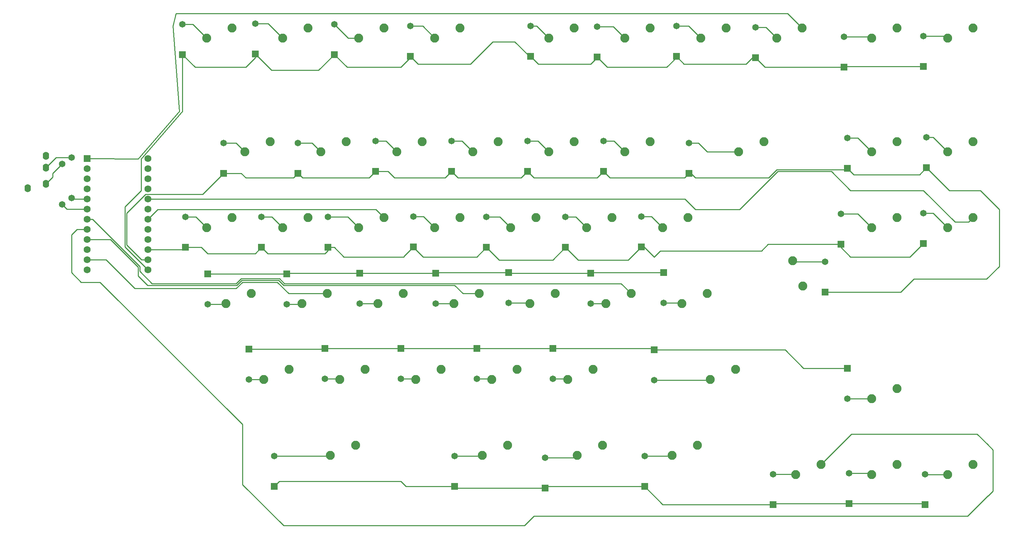
<source format=gbr>
%TF.GenerationSoftware,KiCad,Pcbnew,(5.1.9)-1*%
%TF.CreationDate,2021-04-06T00:29:57+03:00*%
%TF.ProjectId,SplitHside2,53706c69-7448-4736-9964-65322e6b6963,rev?*%
%TF.SameCoordinates,Original*%
%TF.FileFunction,Copper,L1,Top*%
%TF.FilePolarity,Positive*%
%FSLAX46Y46*%
G04 Gerber Fmt 4.6, Leading zero omitted, Abs format (unit mm)*
G04 Created by KiCad (PCBNEW (5.1.9)-1) date 2021-04-06 00:29:57*
%MOMM*%
%LPD*%
G01*
G04 APERTURE LIST*
%TA.AperFunction,ComponentPad*%
%ADD10C,2.250000*%
%TD*%
%TA.AperFunction,ComponentPad*%
%ADD11C,1.651000*%
%TD*%
%TA.AperFunction,ComponentPad*%
%ADD12R,1.651000X1.651000*%
%TD*%
%TA.AperFunction,ComponentPad*%
%ADD13C,1.752600*%
%TD*%
%TA.AperFunction,ComponentPad*%
%ADD14R,1.752600X1.752600*%
%TD*%
%TA.AperFunction,ComponentPad*%
%ADD15O,1.600000X2.000000*%
%TD*%
%TA.AperFunction,Conductor*%
%ADD16C,0.250000*%
%TD*%
G04 APERTURE END LIST*
D10*
%TO.P,SW57,2*%
%TO.N,D2*%
X244231800Y-137792000D03*
%TO.P,SW57,1*%
%TO.N,Net-(D57-Pad1)*%
X237881800Y-140332000D03*
%TD*%
%TO.P,SW46,2*%
%TO.N,E6*%
X244231800Y-28257500D03*
%TO.P,SW46,1*%
%TO.N,Net-(D46-Pad1)*%
X237881800Y-30797500D03*
%TD*%
%TO.P,SW35,2*%
%TO.N,D2*%
X225187810Y-118745520D03*
%TO.P,SW35,1*%
%TO.N,Net-(D35-Pad1)*%
X218837810Y-121285520D03*
%TD*%
D11*
%TO.P,R2,2*%
%TO.N,D1*%
X18256250Y-70961250D03*
%TO.P,R2,1*%
%TO.N,/Sheet60DDDDC8/3*%
X18256250Y-60801250D03*
%TD*%
%TO.P,R1,2*%
%TO.N,D0*%
X15875000Y-72548750D03*
%TO.P,R1,1*%
%TO.N,/Sheet60DDDDC8/2*%
X15875000Y-62388750D03*
%TD*%
D10*
%TO.P,SW14,2*%
%TO.N,F6*%
X101362290Y-94932920D03*
%TO.P,SW14,1*%
%TO.N,Net-(D14-Pad1)*%
X95012290Y-97472920D03*
%TD*%
%TO.P,SW13,2*%
%TO.N,F6*%
X96599770Y-75882840D03*
%TO.P,SW13,1*%
%TO.N,Net-(D13-Pad1)*%
X90249770Y-78422840D03*
%TD*%
%TO.P,SW54,2*%
%TO.N,D7*%
X175181350Y-133033080D03*
%TO.P,SW54,1*%
%TO.N,Net-(D54-Pad1)*%
X168831350Y-135573080D03*
%TD*%
%TO.P,SW55,1*%
%TO.N,Net-(D55-Pad1)*%
X199787730Y-140335600D03*
%TO.P,SW55,2*%
%TO.N,C6*%
X206137730Y-137795600D03*
%TD*%
%TO.P,SW56,2*%
%TO.N,D4*%
X225187810Y-137795600D03*
%TO.P,SW56,1*%
%TO.N,Net-(D56-Pad1)*%
X218837810Y-140335600D03*
%TD*%
%TO.P,SW51,2*%
%TO.N,B5*%
X89455990Y-133033080D03*
%TO.P,SW51,1*%
%TO.N,Net-(D51-Pad1)*%
X83105990Y-135573080D03*
%TD*%
D12*
%TO.P,D51,2*%
%TO.N,F5*%
X69056540Y-143351820D03*
D11*
%TO.P,D51,1*%
%TO.N,Net-(D51-Pad1)*%
X69056540Y-135731820D03*
%TD*%
D13*
%TO.P,J1,24*%
%TO.N,RAW*%
X37385750Y-61039690D03*
%TO.P,J1,12*%
%TO.N,B5*%
X22145750Y-88979690D03*
%TO.P,J1,23*%
%TO.N,GND*%
X37385750Y-63579690D03*
%TO.P,J1,22*%
%TO.N,RESET*%
X37385750Y-66119690D03*
%TO.P,J1,21*%
%TO.N,VCC*%
X37385750Y-68659690D03*
%TO.P,J1,20*%
%TO.N,F4*%
X37385750Y-71199690D03*
%TO.P,J1,19*%
%TO.N,F5*%
X37385750Y-73739690D03*
%TO.P,J1,18*%
%TO.N,F6*%
X37385750Y-76279690D03*
%TO.P,J1,17*%
%TO.N,F7*%
X37385750Y-78819690D03*
%TO.P,J1,16*%
%TO.N,B1*%
X37385750Y-81359690D03*
%TO.P,J1,15*%
%TO.N,B3*%
X37385750Y-83899690D03*
%TO.P,J1,14*%
%TO.N,B2*%
X37385750Y-86439690D03*
%TO.P,J1,13*%
%TO.N,B6*%
X37385750Y-88979690D03*
%TO.P,J1,11*%
%TO.N,B4*%
X22145750Y-86439690D03*
%TO.P,J1,10*%
%TO.N,E6*%
X22145750Y-83899690D03*
%TO.P,J1,9*%
%TO.N,D7*%
X22145750Y-81359690D03*
%TO.P,J1,8*%
%TO.N,C6*%
X22145750Y-78819690D03*
%TO.P,J1,7*%
%TO.N,D4*%
X22145750Y-76279690D03*
%TO.P,J1,6*%
%TO.N,D0*%
X22145750Y-73739690D03*
%TO.P,J1,5*%
%TO.N,D1*%
X22145750Y-71199690D03*
%TO.P,J1,4*%
%TO.N,GND*%
X22145750Y-68659690D03*
%TO.P,J1,3*%
X22145750Y-66119690D03*
%TO.P,J1,2*%
%TO.N,D2*%
X22145750Y-63579690D03*
D14*
%TO.P,J1,1*%
%TO.N,D3*%
X22145750Y-61039690D03*
%TD*%
D10*
%TO.P,SW8,2*%
%TO.N,B4*%
X77549690Y-75882840D03*
%TO.P,SW8,1*%
%TO.N,Net-(D8-Pad1)*%
X71199690Y-78422840D03*
%TD*%
%TO.P,SW10,2*%
%TO.N,B4*%
X91837250Y-113983000D03*
%TO.P,SW10,1*%
%TO.N,Net-(D10-Pad1)*%
X85487250Y-116523000D03*
%TD*%
%TO.P,SW3,2*%
%TO.N,B5*%
X58499610Y-75882840D03*
%TO.P,SW3,1*%
%TO.N,Net-(D3-Pad1)*%
X52149610Y-78422840D03*
%TD*%
%TO.P,SW4,2*%
%TO.N,B5*%
X63262130Y-94932920D03*
%TO.P,SW4,1*%
%TO.N,Net-(D4-Pad1)*%
X56912130Y-97472920D03*
%TD*%
%TO.P,SW53,2*%
%TO.N,F6*%
X151368750Y-133033080D03*
%TO.P,SW53,1*%
%TO.N,Net-(D53-Pad1)*%
X145018750Y-135573080D03*
%TD*%
%TO.P,SW52,2*%
%TO.N,B4*%
X127556150Y-133033080D03*
%TO.P,SW52,1*%
%TO.N,Net-(D52-Pad1)*%
X121206150Y-135573080D03*
%TD*%
%TO.P,SW37,1*%
%TO.N,Net-(D37-Pad1)*%
X198993950Y-86677880D03*
%TO.P,SW37,2*%
%TO.N,D3*%
X201533950Y-93027880D03*
%TD*%
%TO.P,SW32,2*%
%TO.N,D2*%
X191850170Y-56832760D03*
%TO.P,SW32,1*%
%TO.N,Net-(D32-Pad1)*%
X185500170Y-59372760D03*
%TD*%
%TO.P,SW30,2*%
%TO.N,D4*%
X184706390Y-113983000D03*
%TO.P,SW30,1*%
%TO.N,Net-(D30-Pad1)*%
X178356390Y-116523000D03*
%TD*%
%TO.P,SW42,2*%
%TO.N,F4*%
X225187810Y-56832760D03*
%TO.P,SW42,1*%
%TO.N,Net-(D42-Pad1)*%
X218837810Y-59372760D03*
%TD*%
%TO.P,SW41,2*%
%TO.N,F4*%
X225187810Y-28257640D03*
%TO.P,SW41,1*%
%TO.N,Net-(D41-Pad1)*%
X218837810Y-30797640D03*
%TD*%
%TO.P,SW38,2*%
%TO.N,D3*%
X225187810Y-75882840D03*
%TO.P,SW38,1*%
%TO.N,Net-(D38-Pad1)*%
X218837810Y-78422840D03*
%TD*%
%TO.P,SW33,2*%
%TO.N,D2*%
X172800090Y-75882840D03*
%TO.P,SW33,1*%
%TO.N,Net-(D33-Pad1)*%
X166450090Y-78422840D03*
%TD*%
%TO.P,SW27,2*%
%TO.N,D4*%
X163275050Y-56832760D03*
%TO.P,SW27,1*%
%TO.N,Net-(D27-Pad1)*%
X156925050Y-59372760D03*
%TD*%
%TO.P,SW12,2*%
%TO.N,F6*%
X106124810Y-56832760D03*
%TO.P,SW12,1*%
%TO.N,Net-(D12-Pad1)*%
X99774810Y-59372760D03*
%TD*%
%TO.P,SW6,2*%
%TO.N,B4*%
X77549690Y-28257640D03*
%TO.P,SW6,1*%
%TO.N,Net-(D6-Pad1)*%
X71199690Y-30797640D03*
%TD*%
D12*
%TO.P,D6,2*%
%TO.N,B6*%
X64293750Y-34766250D03*
D11*
%TO.P,D6,1*%
%TO.N,Net-(D6-Pad1)*%
X64293750Y-27146250D03*
%TD*%
D10*
%TO.P,SW47,2*%
%TO.N,E6*%
X244237890Y-56832760D03*
%TO.P,SW47,1*%
%TO.N,Net-(D47-Pad1)*%
X237887890Y-59372760D03*
%TD*%
%TO.P,SW43,2*%
%TO.N,F4*%
X244237890Y-75882840D03*
%TO.P,SW43,1*%
%TO.N,Net-(D43-Pad1)*%
X237887890Y-78422840D03*
%TD*%
%TO.P,SW36,2*%
%TO.N,D3*%
X201375210Y-28257640D03*
%TO.P,SW36,1*%
%TO.N,Net-(D36-Pad1)*%
X195025210Y-30797640D03*
%TD*%
%TO.P,SW34,2*%
%TO.N,D2*%
X177562610Y-94932920D03*
%TO.P,SW34,1*%
%TO.N,Net-(D34-Pad1)*%
X171212610Y-97472920D03*
%TD*%
%TO.P,SW31,2*%
%TO.N,D2*%
X182325130Y-28257640D03*
%TO.P,SW31,1*%
%TO.N,Net-(D31-Pad1)*%
X175975130Y-30797640D03*
%TD*%
%TO.P,SW29,2*%
%TO.N,D4*%
X158512530Y-94932920D03*
%TO.P,SW29,1*%
%TO.N,Net-(D29-Pad1)*%
X152162530Y-97472920D03*
%TD*%
%TO.P,SW28,2*%
%TO.N,D4*%
X153750010Y-75882840D03*
%TO.P,SW28,1*%
%TO.N,Net-(D28-Pad1)*%
X147400010Y-78422840D03*
%TD*%
%TO.P,SW26,2*%
%TO.N,D4*%
X163275050Y-28257640D03*
%TO.P,SW26,1*%
%TO.N,Net-(D26-Pad1)*%
X156925050Y-30797640D03*
%TD*%
%TO.P,SW25,2*%
%TO.N,C6*%
X148987490Y-113983000D03*
%TO.P,SW25,1*%
%TO.N,Net-(D25-Pad1)*%
X142637490Y-116523000D03*
%TD*%
%TO.P,SW24,2*%
%TO.N,C6*%
X139462450Y-94932920D03*
%TO.P,SW24,1*%
%TO.N,Net-(D24-Pad1)*%
X133112450Y-97472920D03*
%TD*%
%TO.P,SW23,2*%
%TO.N,C6*%
X134699930Y-75882840D03*
%TO.P,SW23,1*%
%TO.N,Net-(D23-Pad1)*%
X128349930Y-78422840D03*
%TD*%
%TO.P,SW22,2*%
%TO.N,C6*%
X144224970Y-56832760D03*
%TO.P,SW22,1*%
%TO.N,Net-(D22-Pad1)*%
X137874970Y-59372760D03*
%TD*%
%TO.P,SW21,2*%
%TO.N,C6*%
X144224970Y-28257640D03*
%TO.P,SW21,1*%
%TO.N,Net-(D21-Pad1)*%
X137874970Y-30797640D03*
%TD*%
%TO.P,SW20,2*%
%TO.N,D7*%
X129937410Y-113983000D03*
%TO.P,SW20,1*%
%TO.N,Net-(D20-Pad1)*%
X123587410Y-116523000D03*
%TD*%
%TO.P,SW19,2*%
%TO.N,D7*%
X120412370Y-94932920D03*
%TO.P,SW19,1*%
%TO.N,Net-(D19-Pad1)*%
X114062370Y-97472920D03*
%TD*%
%TO.P,SW18,2*%
%TO.N,D7*%
X115649850Y-75882840D03*
%TO.P,SW18,1*%
%TO.N,Net-(D18-Pad1)*%
X109299850Y-78422840D03*
%TD*%
%TO.P,SW17,2*%
%TO.N,D7*%
X125174890Y-56832760D03*
%TO.P,SW17,1*%
%TO.N,Net-(D17-Pad1)*%
X118824890Y-59372760D03*
%TD*%
%TO.P,SW16,2*%
%TO.N,D7*%
X115649850Y-28257640D03*
%TO.P,SW16,1*%
%TO.N,Net-(D16-Pad1)*%
X109299850Y-30797640D03*
%TD*%
%TO.P,SW15,2*%
%TO.N,F6*%
X110887330Y-113983000D03*
%TO.P,SW15,1*%
%TO.N,Net-(D15-Pad1)*%
X104537330Y-116523000D03*
%TD*%
%TO.P,SW11,2*%
%TO.N,F6*%
X96599770Y-28257640D03*
%TO.P,SW11,1*%
%TO.N,Net-(D11-Pad1)*%
X90249770Y-30797640D03*
%TD*%
%TO.P,SW9,2*%
%TO.N,B4*%
X82312210Y-94932920D03*
%TO.P,SW9,1*%
%TO.N,Net-(D9-Pad1)*%
X75962210Y-97472920D03*
%TD*%
%TO.P,SW7,2*%
%TO.N,B4*%
X87074730Y-56832500D03*
%TO.P,SW7,1*%
%TO.N,Net-(D7-Pad1)*%
X80724730Y-59372500D03*
%TD*%
%TO.P,SW5,2*%
%TO.N,B5*%
X72787170Y-113983000D03*
%TO.P,SW5,1*%
%TO.N,Net-(D5-Pad1)*%
X66437170Y-116523000D03*
%TD*%
%TO.P,SW2,2*%
%TO.N,B5*%
X68024650Y-56832760D03*
%TO.P,SW2,1*%
%TO.N,Net-(D2-Pad1)*%
X61674650Y-59372760D03*
%TD*%
%TO.P,SW1,2*%
%TO.N,B5*%
X58499610Y-28257640D03*
%TO.P,SW1,1*%
%TO.N,Net-(D1-Pad1)*%
X52149610Y-30797640D03*
%TD*%
D12*
%TO.P,D47,2*%
%TO.N,B2*%
X232568750Y-63341250D03*
D11*
%TO.P,D47,1*%
%TO.N,Net-(D47-Pad1)*%
X232568750Y-55721250D03*
%TD*%
D12*
%TO.P,D46,2*%
%TO.N,B6*%
X231775000Y-37941250D03*
D11*
%TO.P,D46,1*%
%TO.N,Net-(D46-Pad1)*%
X231775000Y-30321250D03*
%TD*%
D12*
%TO.P,D43,2*%
%TO.N,B3*%
X231775000Y-82391250D03*
D11*
%TO.P,D43,1*%
%TO.N,Net-(D43-Pad1)*%
X231775000Y-74771250D03*
%TD*%
D12*
%TO.P,D42,2*%
%TO.N,B2*%
X212725000Y-63500000D03*
D11*
%TO.P,D42,1*%
%TO.N,Net-(D42-Pad1)*%
X212725000Y-55880000D03*
%TD*%
D12*
%TO.P,D41,2*%
%TO.N,B6*%
X211931250Y-38100000D03*
D11*
%TO.P,D41,1*%
%TO.N,Net-(D41-Pad1)*%
X211931250Y-30480000D03*
%TD*%
D12*
%TO.P,D38,2*%
%TO.N,B3*%
X211137500Y-82550000D03*
D11*
%TO.P,D38,1*%
%TO.N,Net-(D38-Pad1)*%
X211137500Y-74930000D03*
%TD*%
D12*
%TO.P,D37,2*%
%TO.N,B2*%
X207169620Y-94535990D03*
D11*
%TO.P,D37,1*%
%TO.N,Net-(D37-Pad1)*%
X207169620Y-86915990D03*
%TD*%
D12*
%TO.P,D36,2*%
%TO.N,B6*%
X189706250Y-35718750D03*
D11*
%TO.P,D36,1*%
%TO.N,Net-(D36-Pad1)*%
X189706250Y-28098750D03*
%TD*%
D12*
%TO.P,D35,2*%
%TO.N,F7*%
X212725000Y-113665000D03*
D11*
%TO.P,D35,1*%
%TO.N,Net-(D35-Pad1)*%
X212725000Y-121285000D03*
%TD*%
D12*
%TO.P,D34,2*%
%TO.N,B1*%
X166687500Y-89693750D03*
D11*
%TO.P,D34,1*%
%TO.N,Net-(D34-Pad1)*%
X166687500Y-97313750D03*
%TD*%
D12*
%TO.P,D33,2*%
%TO.N,B3*%
X161131250Y-83185000D03*
D11*
%TO.P,D33,1*%
%TO.N,Net-(D33-Pad1)*%
X161131250Y-75565000D03*
%TD*%
D12*
%TO.P,D32,2*%
%TO.N,B2*%
X173037500Y-64770240D03*
D11*
%TO.P,D32,1*%
%TO.N,Net-(D32-Pad1)*%
X173037500Y-57150240D03*
%TD*%
D12*
%TO.P,D31,2*%
%TO.N,B6*%
X169862500Y-35401250D03*
D11*
%TO.P,D31,1*%
%TO.N,Net-(D31-Pad1)*%
X169862500Y-27781250D03*
%TD*%
D12*
%TO.P,D30,2*%
%TO.N,F7*%
X164306250Y-109061250D03*
D11*
%TO.P,D30,1*%
%TO.N,Net-(D30-Pad1)*%
X164306250Y-116681250D03*
%TD*%
D12*
%TO.P,D29,2*%
%TO.N,B1*%
X148431250Y-89852500D03*
D11*
%TO.P,D29,1*%
%TO.N,Net-(D29-Pad1)*%
X148431250Y-97472500D03*
%TD*%
D12*
%TO.P,D28,2*%
%TO.N,B3*%
X142081250Y-83343750D03*
D11*
%TO.P,D28,1*%
%TO.N,Net-(D28-Pad1)*%
X142081250Y-75723750D03*
%TD*%
D12*
%TO.P,D27,2*%
%TO.N,B2*%
X151606250Y-64293750D03*
D11*
%TO.P,D27,1*%
%TO.N,Net-(D27-Pad1)*%
X151606250Y-56673750D03*
%TD*%
D12*
%TO.P,D26,2*%
%TO.N,B6*%
X150018750Y-35560000D03*
D11*
%TO.P,D26,1*%
%TO.N,Net-(D26-Pad1)*%
X150018750Y-27940000D03*
%TD*%
D12*
%TO.P,D25,2*%
%TO.N,F7*%
X138906250Y-108743750D03*
D11*
%TO.P,D25,1*%
%TO.N,Net-(D25-Pad1)*%
X138906250Y-116363750D03*
%TD*%
D12*
%TO.P,D24,2*%
%TO.N,B1*%
X127793750Y-89693750D03*
D11*
%TO.P,D24,1*%
%TO.N,Net-(D24-Pad1)*%
X127793750Y-97313750D03*
%TD*%
D12*
%TO.P,D23,2*%
%TO.N,B3*%
X122237500Y-83343750D03*
D11*
%TO.P,D23,1*%
%TO.N,Net-(D23-Pad1)*%
X122237500Y-75723750D03*
%TD*%
D12*
%TO.P,D22,2*%
%TO.N,B2*%
X132556250Y-64293750D03*
D11*
%TO.P,D22,1*%
%TO.N,Net-(D22-Pad1)*%
X132556250Y-56673750D03*
%TD*%
D12*
%TO.P,D21,2*%
%TO.N,B6*%
X133350000Y-35401250D03*
D11*
%TO.P,D21,1*%
%TO.N,Net-(D21-Pad1)*%
X133350000Y-27781250D03*
%TD*%
D12*
%TO.P,D20,2*%
%TO.N,F7*%
X119856250Y-108743750D03*
D11*
%TO.P,D20,1*%
%TO.N,Net-(D20-Pad1)*%
X119856250Y-116363750D03*
%TD*%
D12*
%TO.P,D19,2*%
%TO.N,B1*%
X109537500Y-89852500D03*
D11*
%TO.P,D19,1*%
%TO.N,Net-(D19-Pad1)*%
X109537500Y-97472500D03*
%TD*%
D12*
%TO.P,D18,2*%
%TO.N,B3*%
X103981250Y-83185000D03*
D11*
%TO.P,D18,1*%
%TO.N,Net-(D18-Pad1)*%
X103981250Y-75565000D03*
%TD*%
D12*
%TO.P,D17,2*%
%TO.N,B2*%
X113506250Y-64293750D03*
D11*
%TO.P,D17,1*%
%TO.N,Net-(D17-Pad1)*%
X113506250Y-56673750D03*
%TD*%
D12*
%TO.P,D16,2*%
%TO.N,B6*%
X103187500Y-35401250D03*
D11*
%TO.P,D16,1*%
%TO.N,Net-(D16-Pad1)*%
X103187500Y-27781250D03*
%TD*%
D12*
%TO.P,D15,2*%
%TO.N,F7*%
X100806250Y-108743750D03*
D11*
%TO.P,D15,1*%
%TO.N,Net-(D15-Pad1)*%
X100806250Y-116363750D03*
%TD*%
D12*
%TO.P,D14,2*%
%TO.N,B1*%
X90487500Y-89852500D03*
D11*
%TO.P,D14,1*%
%TO.N,Net-(D14-Pad1)*%
X90487500Y-97472500D03*
%TD*%
D12*
%TO.P,D13,2*%
%TO.N,B3*%
X82550000Y-83343750D03*
D11*
%TO.P,D13,1*%
%TO.N,Net-(D13-Pad1)*%
X82550000Y-75723750D03*
%TD*%
D12*
%TO.P,D12,2*%
%TO.N,B2*%
X94456250Y-64293750D03*
D11*
%TO.P,D12,1*%
%TO.N,Net-(D12-Pad1)*%
X94456250Y-56673750D03*
%TD*%
D12*
%TO.P,D11,2*%
%TO.N,B6*%
X84137500Y-34925000D03*
D11*
%TO.P,D11,1*%
%TO.N,Net-(D11-Pad1)*%
X84137500Y-27305000D03*
%TD*%
D12*
%TO.P,D10,2*%
%TO.N,F7*%
X81756250Y-108743750D03*
D11*
%TO.P,D10,1*%
%TO.N,Net-(D10-Pad1)*%
X81756250Y-116363750D03*
%TD*%
D12*
%TO.P,D9,2*%
%TO.N,B1*%
X72231250Y-90011250D03*
D11*
%TO.P,D9,1*%
%TO.N,Net-(D9-Pad1)*%
X72231250Y-97631250D03*
%TD*%
D12*
%TO.P,D8,2*%
%TO.N,B3*%
X65881250Y-83343750D03*
D11*
%TO.P,D8,1*%
%TO.N,Net-(D8-Pad1)*%
X65881250Y-75723750D03*
%TD*%
D12*
%TO.P,D7,2*%
%TO.N,B2*%
X75009690Y-64770240D03*
D11*
%TO.P,D7,1*%
%TO.N,Net-(D7-Pad1)*%
X75009690Y-57150240D03*
%TD*%
D12*
%TO.P,D5,2*%
%TO.N,F7*%
X62706250Y-108902500D03*
D11*
%TO.P,D5,1*%
%TO.N,Net-(D5-Pad1)*%
X62706250Y-116522500D03*
%TD*%
D12*
%TO.P,D4,2*%
%TO.N,B1*%
X52387500Y-90011250D03*
D11*
%TO.P,D4,1*%
%TO.N,Net-(D4-Pad1)*%
X52387500Y-97631250D03*
%TD*%
D12*
%TO.P,D3,2*%
%TO.N,B3*%
X46831250Y-83343750D03*
D11*
%TO.P,D3,1*%
%TO.N,Net-(D3-Pad1)*%
X46831250Y-75723750D03*
%TD*%
D12*
%TO.P,D2,2*%
%TO.N,B2*%
X56356250Y-64770000D03*
D11*
%TO.P,D2,1*%
%TO.N,Net-(D2-Pad1)*%
X56356250Y-57150000D03*
%TD*%
D12*
%TO.P,D1,2*%
%TO.N,B6*%
X46037500Y-34925000D03*
D11*
%TO.P,D1,1*%
%TO.N,Net-(D1-Pad1)*%
X46037500Y-27305000D03*
%TD*%
D15*
%TO.P,J2,3*%
%TO.N,/Sheet60DDDDC8/3*%
X11825040Y-63350240D03*
%TO.P,J2,4*%
%TO.N,GND*%
X11825040Y-60350240D03*
%TO.P,J2,2*%
%TO.N,/Sheet60DDDDC8/2*%
X11825040Y-67350240D03*
%TO.P,J2,1*%
%TO.N,VCC*%
X7225040Y-68450240D03*
%TD*%
D11*
%TO.P,D52,1*%
%TO.N,Net-(D52-Pad1)*%
X114300480Y-135731820D03*
D12*
%TO.P,D52,2*%
%TO.N,F5*%
X114300480Y-143351820D03*
%TD*%
%TO.P,D53,2*%
%TO.N,F5*%
X136949899Y-143731650D03*
D11*
%TO.P,D53,1*%
%TO.N,Net-(D53-Pad1)*%
X136949899Y-136111650D03*
%TD*%
%TO.P,D54,1*%
%TO.N,Net-(D54-Pad1)*%
X161925680Y-135731820D03*
D12*
%TO.P,D54,2*%
%TO.N,F5*%
X161925680Y-143351820D03*
%TD*%
D11*
%TO.P,D55,1*%
%TO.N,Net-(D55-Pad1)*%
X194072690Y-140256230D03*
D12*
%TO.P,D55,2*%
%TO.N,F5*%
X194072690Y-147876230D03*
%TD*%
%TO.P,D56,2*%
%TO.N,F5*%
X213122770Y-147638120D03*
D11*
%TO.P,D56,1*%
%TO.N,Net-(D56-Pad1)*%
X213122770Y-140018120D03*
%TD*%
%TO.P,D57,1*%
%TO.N,Net-(D57-Pad1)*%
X232172850Y-140256230D03*
D12*
%TO.P,D57,2*%
%TO.N,F5*%
X232172850Y-147876230D03*
%TD*%
D16*
%TO.N,B5*%
X22145750Y-88979690D02*
X22304690Y-88979690D01*
%TO.N,F4*%
X243126980Y-76993750D02*
X244237890Y-75882840D01*
X213518750Y-69056250D02*
X231775000Y-69056250D01*
X239712500Y-76993750D02*
X243126980Y-76993750D01*
X208756250Y-64293750D02*
X213518750Y-69056250D01*
X231775000Y-69056250D02*
X239712500Y-76993750D01*
X195262500Y-64293750D02*
X208756250Y-64293750D01*
X185737500Y-73818750D02*
X195262500Y-64293750D01*
X174625000Y-73818750D02*
X185737500Y-73818750D01*
X172005940Y-71199690D02*
X174625000Y-73818750D01*
X37385750Y-71199690D02*
X172005940Y-71199690D01*
%TO.N,F5*%
X231934740Y-147638120D02*
X232172850Y-147876230D01*
X213122770Y-147638120D02*
X231934740Y-147638120D01*
X194310800Y-147638120D02*
X194072690Y-147876230D01*
X213122770Y-147638120D02*
X194310800Y-147638120D01*
X166450090Y-147876230D02*
X161925680Y-143351820D01*
X194072690Y-147876230D02*
X166450090Y-147876230D01*
X137329729Y-143351820D02*
X136949899Y-143731650D01*
X161925680Y-143351820D02*
X137329729Y-143351820D01*
X114680310Y-143731650D02*
X114300480Y-143351820D01*
X136949899Y-143731650D02*
X114680310Y-143731650D01*
X70327110Y-142081250D02*
X69056540Y-143351820D01*
X100806250Y-142081250D02*
X70327110Y-142081250D01*
X102076820Y-143351820D02*
X100806250Y-142081250D01*
X114300480Y-143351820D02*
X102076820Y-143351820D01*
%TO.N,F6*%
X94535680Y-73818750D02*
X96599770Y-75882840D01*
X37385750Y-76279690D02*
X39846690Y-73818750D01*
X39846690Y-73818750D02*
X94535680Y-73818750D01*
%TO.N,F7*%
X81597500Y-108902500D02*
X81756250Y-108743750D01*
X62706250Y-108902500D02*
X81597500Y-108902500D01*
X81756250Y-108743750D02*
X100806250Y-108743750D01*
X100806250Y-108743750D02*
X119856250Y-108743750D01*
X119856250Y-108743750D02*
X138906250Y-108743750D01*
X163988750Y-108743750D02*
X164306250Y-109061250D01*
X138906250Y-108743750D02*
X163988750Y-108743750D01*
X164306250Y-109061250D02*
X197167500Y-109061250D01*
X201771250Y-113665000D02*
X212725000Y-113665000D01*
X197167500Y-109061250D02*
X201771250Y-113665000D01*
%TO.N,B1*%
X148590000Y-89693750D02*
X148431250Y-89852500D01*
X166687500Y-89693750D02*
X148590000Y-89693750D01*
X127952500Y-89852500D02*
X127793750Y-89693750D01*
X148431250Y-89852500D02*
X127952500Y-89852500D01*
X109696250Y-89693750D02*
X109537500Y-89852500D01*
X127793750Y-89693750D02*
X109696250Y-89693750D01*
X109537500Y-89852500D02*
X90487500Y-89852500D01*
X72390000Y-89852500D02*
X72231250Y-90011250D01*
X90487500Y-89852500D02*
X72390000Y-89852500D01*
X72231250Y-90011250D02*
X52387500Y-90011250D01*
%TO.N,B3*%
X46275310Y-83899690D02*
X46831250Y-83343750D01*
X37385750Y-83899690D02*
X46275310Y-83899690D01*
X46831250Y-83343750D02*
X50800000Y-83343750D01*
X50800000Y-83343750D02*
X52387500Y-84931250D01*
X64293750Y-84931250D02*
X65881250Y-83343750D01*
X52387500Y-84931250D02*
X64293750Y-84931250D01*
X65881250Y-83343750D02*
X67468750Y-84931250D01*
X67468750Y-84931250D02*
X81756250Y-84931250D01*
X81756250Y-84931250D02*
X82550000Y-84137500D01*
X82550000Y-83343750D02*
X84137500Y-83343750D01*
X84137500Y-83343750D02*
X86518750Y-85725000D01*
X86518750Y-85725000D02*
X101600000Y-85725000D01*
X101600000Y-85566250D02*
X103981250Y-83185000D01*
X101600000Y-85725000D02*
X101600000Y-85566250D01*
X103981250Y-83185000D02*
X103981250Y-83343750D01*
X103981250Y-83343750D02*
X106362500Y-85725000D01*
X119856250Y-85725000D02*
X122237500Y-83343750D01*
X106362500Y-85725000D02*
X119856250Y-85725000D01*
X138906250Y-86518750D02*
X142081250Y-83343750D01*
X125412500Y-86518750D02*
X138906250Y-86518750D01*
X122237500Y-83343750D02*
X125412500Y-86518750D01*
X157797500Y-86518750D02*
X161131250Y-83185000D01*
X145256250Y-86518750D02*
X157797500Y-86518750D01*
X142081250Y-83343750D02*
X145256250Y-86518750D01*
X161131250Y-83185000D02*
X161766250Y-83185000D01*
X161766250Y-83185000D02*
X164306250Y-85725000D01*
X165823371Y-84207879D02*
X191223371Y-84207879D01*
X164306250Y-85725000D02*
X165823371Y-84207879D01*
X192881250Y-82550000D02*
X211137500Y-82550000D01*
X191223371Y-84207879D02*
X192881250Y-82550000D01*
X211137500Y-82550000D02*
X211137500Y-83343750D01*
X211137500Y-83343750D02*
X213518750Y-85725000D01*
X228441250Y-85725000D02*
X231775000Y-82391250D01*
X213518750Y-85725000D02*
X228441250Y-85725000D01*
%TO.N,B2*%
X51127861Y-69998389D02*
X56356250Y-64770000D01*
X36809125Y-69998389D02*
X51127861Y-69998389D01*
X32093740Y-74713774D02*
X36809125Y-69998389D01*
X32093740Y-82736400D02*
X32093740Y-74713774D01*
X35797030Y-86439690D02*
X32093740Y-82736400D01*
X37385750Y-86439690D02*
X35797030Y-86439690D01*
X75009450Y-64770000D02*
X75009690Y-64770240D01*
X93979760Y-64770240D02*
X94456250Y-64293750D01*
X94456250Y-64293750D02*
X97631250Y-64293750D01*
X97631250Y-64293750D02*
X99218750Y-65881250D01*
X111918750Y-65881250D02*
X113506250Y-64293750D01*
X99218750Y-65881250D02*
X111918750Y-65881250D01*
X56356250Y-64770000D02*
X60801250Y-64770000D01*
X60801250Y-64770000D02*
X61912500Y-65881250D01*
X73898680Y-65881250D02*
X75009690Y-64770240D01*
X61912500Y-65881250D02*
X73898680Y-65881250D01*
X75009690Y-64770240D02*
X75088990Y-64770240D01*
X75088990Y-64770240D02*
X76200000Y-65881250D01*
X92868750Y-65881250D02*
X94456250Y-64293750D01*
X76200000Y-65881250D02*
X92868750Y-65881250D01*
X130968750Y-65881250D02*
X132556250Y-64293750D01*
X115093750Y-65881250D02*
X130968750Y-65881250D01*
X113506250Y-64293750D02*
X115093750Y-65881250D01*
X150018750Y-65881250D02*
X151606250Y-64293750D01*
X134143750Y-65881250D02*
X150018750Y-65881250D01*
X132556250Y-64293750D02*
X134143750Y-65881250D01*
X171926490Y-65881250D02*
X173037500Y-64770240D01*
X153193750Y-65881250D02*
X171926490Y-65881250D01*
X151606250Y-64293750D02*
X153193750Y-65881250D01*
X173037500Y-64770240D02*
X173513990Y-64770240D01*
X173513990Y-64770240D02*
X174625000Y-65881250D01*
X195076100Y-63843740D02*
X212274990Y-63843740D01*
X193038590Y-65881250D02*
X195076100Y-63843740D01*
X174625000Y-65881250D02*
X193038590Y-65881250D01*
X212618730Y-63500000D02*
X212725000Y-63500000D01*
X212274990Y-63843740D02*
X212618730Y-63500000D01*
X230822500Y-65087500D02*
X232568750Y-63341250D01*
X214312500Y-65087500D02*
X230822500Y-65087500D01*
X212725000Y-63500000D02*
X214312500Y-65087500D01*
X207169620Y-94535990D02*
X226139010Y-94535990D01*
X226139010Y-94535990D02*
X229393750Y-91281250D01*
X229393750Y-91281250D02*
X247650000Y-91281250D01*
X247650000Y-91281250D02*
X250825000Y-88106250D01*
X250825000Y-88106250D02*
X250825000Y-73818750D01*
X250825000Y-73818750D02*
X246062500Y-69056250D01*
X238283750Y-69056250D02*
X232568750Y-63341250D01*
X246062500Y-69056250D02*
X238283750Y-69056250D01*
%TO.N,B6*%
X212090000Y-37941250D02*
X211931250Y-38100000D01*
X231775000Y-37941250D02*
X212090000Y-37941250D01*
X192087500Y-38100000D02*
X189706250Y-35718750D01*
X211931250Y-38100000D02*
X192087500Y-38100000D01*
X189706250Y-35718750D02*
X188912500Y-35718750D01*
X188912500Y-35718750D02*
X187325000Y-37306250D01*
X171767500Y-37306250D02*
X169862500Y-35401250D01*
X187325000Y-37306250D02*
X171767500Y-37306250D01*
X169862500Y-35401250D02*
X169862500Y-35718750D01*
X169862500Y-35718750D02*
X167481250Y-38100000D01*
X152558750Y-38100000D02*
X150018750Y-35560000D01*
X167481250Y-38100000D02*
X152558750Y-38100000D01*
X150018750Y-35560000D02*
X150018750Y-35718750D01*
X150018750Y-35718750D02*
X148431250Y-37306250D01*
X135255000Y-37306250D02*
X133350000Y-35401250D01*
X148431250Y-37306250D02*
X135255000Y-37306250D01*
X133350000Y-35401250D02*
X133032500Y-35401250D01*
X133032500Y-35401250D02*
X129381250Y-31750000D01*
X129381250Y-31750000D02*
X123825000Y-31750000D01*
X123825000Y-31750000D02*
X118268750Y-37306250D01*
X105092500Y-37306250D02*
X103187500Y-35401250D01*
X118268750Y-37306250D02*
X105092500Y-37306250D01*
X103187500Y-35401250D02*
X103187500Y-35718750D01*
X103187500Y-35718750D02*
X100806250Y-38100000D01*
X87312500Y-38100000D02*
X84137500Y-34925000D01*
X100806250Y-38100000D02*
X87312500Y-38100000D01*
X80168750Y-38893750D02*
X68421250Y-38893750D01*
X68421250Y-38893750D02*
X64293750Y-34766250D01*
X84137500Y-34925000D02*
X80168750Y-38893750D01*
X64293750Y-34766250D02*
X64293750Y-35718750D01*
X64293750Y-35718750D02*
X61912500Y-38100000D01*
X49212500Y-38100000D02*
X46037500Y-34925000D01*
X61912500Y-38100000D02*
X49212500Y-38100000D01*
X37385750Y-88979690D02*
X31643731Y-83237671D01*
X46037500Y-49212500D02*
X46037500Y-38100000D01*
X35718750Y-61118750D02*
X46037500Y-49212500D01*
X46037500Y-38100000D02*
X46037500Y-34925000D01*
X35718750Y-69056250D02*
X35718750Y-61118750D01*
X31643731Y-73131269D02*
X35718750Y-69056250D01*
X31643731Y-83237481D02*
X31643731Y-73131269D01*
X31750000Y-83343750D02*
X31643731Y-83237481D01*
%TO.N,B4*%
X72707920Y-94932920D02*
X82312210Y-94932920D01*
X69850000Y-92075000D02*
X72707920Y-94932920D01*
X61118750Y-92075000D02*
X69850000Y-92075000D01*
X59531250Y-93662500D02*
X61118750Y-92075000D01*
X34131250Y-93662500D02*
X59531250Y-93662500D01*
X26908440Y-86439690D02*
X34131250Y-93662500D01*
X22145750Y-86439690D02*
X26908440Y-86439690D01*
%TO.N,D7*%
X114300000Y-92868750D02*
X116364170Y-94932920D01*
X71437500Y-92868750D02*
X114300000Y-92868750D01*
X60932350Y-91624990D02*
X70193740Y-91624990D01*
X59688590Y-92868750D02*
X60932350Y-91624990D01*
X116364170Y-94932920D02*
X120412370Y-94932920D01*
X37306250Y-92868750D02*
X59688590Y-92868750D01*
X34925000Y-88296866D02*
X34925000Y-90487500D01*
X70193740Y-91624990D02*
X71437500Y-92868750D01*
X34925000Y-90487500D02*
X37306250Y-92868750D01*
X27987824Y-81359690D02*
X34925000Y-88296866D01*
X22145750Y-81359690D02*
X27987824Y-81359690D01*
%TO.N,C6*%
X213758330Y-130175000D02*
X206137730Y-137795600D01*
X245268750Y-130175000D02*
X213758330Y-130175000D01*
X22145750Y-78819690D02*
X19605310Y-78819690D01*
X19605310Y-78819690D02*
X18256250Y-80168750D01*
X18256250Y-89693750D02*
X20637500Y-92075000D01*
X131762500Y-153193750D02*
X134143750Y-150812500D01*
X18256250Y-80168750D02*
X18256250Y-89693750D01*
X25400000Y-92075000D02*
X61118750Y-127793750D01*
X20637500Y-92075000D02*
X25400000Y-92075000D01*
X61118750Y-127793750D02*
X61118750Y-142875000D01*
X61118750Y-142875000D02*
X71437500Y-153193750D01*
X71437500Y-153193750D02*
X131762500Y-153193750D01*
X134143750Y-150812500D02*
X242887500Y-150812500D01*
X242887500Y-150812500D02*
X247977891Y-145722109D01*
X247977891Y-145722109D02*
X248027891Y-145722109D01*
X248027891Y-145722109D02*
X249250000Y-144500000D01*
X249250000Y-134156250D02*
X247921875Y-132828125D01*
X249250000Y-144500000D02*
X249250000Y-134156250D01*
X247921875Y-132828125D02*
X245268750Y-130175000D01*
X247977891Y-132884141D02*
X247921875Y-132828125D01*
%TO.N,D4*%
X71623900Y-92418740D02*
X155998350Y-92418740D01*
X60745950Y-91174980D02*
X70380141Y-91174981D01*
X155998350Y-92418740D02*
X158512530Y-94932920D01*
X59502190Y-92418740D02*
X60745950Y-91174980D01*
X38443740Y-92418740D02*
X59502190Y-92418740D01*
X35375010Y-89350010D02*
X38443740Y-92418740D01*
X70380141Y-91174981D02*
X71623900Y-92418740D01*
X35375010Y-88110466D02*
X35375010Y-89350010D01*
X23544234Y-76279690D02*
X35375010Y-88110466D01*
X22145750Y-76279690D02*
X23544234Y-76279690D01*
%TO.N,D0*%
X17065940Y-73739690D02*
X15875000Y-72548750D01*
X22145750Y-73739690D02*
X17065940Y-73739690D01*
%TO.N,D1*%
X18494690Y-71199690D02*
X18256250Y-70961250D01*
X22145750Y-71199690D02*
X18494690Y-71199690D01*
%TO.N,D3*%
X197723820Y-24606250D02*
X201375210Y-28257640D01*
X44450000Y-24606250D02*
X197723820Y-24606250D01*
X43656250Y-27781250D02*
X44450000Y-24606250D01*
X45243750Y-49212500D02*
X43656250Y-27781250D01*
X23097810Y-61039690D02*
X34925000Y-61118750D01*
X34925000Y-61118750D02*
X45243750Y-49212500D01*
X22145750Y-61039690D02*
X23097810Y-61039690D01*
%TO.N,Net-(D1-Pad1)*%
X48656970Y-27305000D02*
X52149610Y-30797640D01*
X46037500Y-27305000D02*
X48656970Y-27305000D01*
%TO.N,Net-(D2-Pad1)*%
X59451890Y-57150000D02*
X61674650Y-59372760D01*
X56356250Y-57150000D02*
X59451890Y-57150000D01*
%TO.N,Net-(D3-Pad1)*%
X49450520Y-75723750D02*
X52149610Y-78422840D01*
X46831250Y-75723750D02*
X49450520Y-75723750D01*
%TO.N,Net-(D4-Pad1)*%
X56753800Y-97631250D02*
X56912130Y-97472920D01*
X52387500Y-97631250D02*
X56753800Y-97631250D01*
%TO.N,Net-(D5-Pad1)*%
X62706750Y-116523000D02*
X62706250Y-116522500D01*
X66437170Y-116523000D02*
X62706750Y-116523000D01*
%TO.N,Net-(D6-Pad1)*%
X67548300Y-27146250D02*
X71199690Y-30797640D01*
X64293750Y-27146250D02*
X67548300Y-27146250D01*
%TO.N,Net-(D7-Pad1)*%
X78502470Y-57150240D02*
X80724730Y-59372500D01*
X75009690Y-57150240D02*
X78502470Y-57150240D01*
%TO.N,Net-(D8-Pad1)*%
X68500600Y-75723750D02*
X71199690Y-78422840D01*
X65881250Y-75723750D02*
X68500600Y-75723750D01*
%TO.N,Net-(D9-Pad1)*%
X75803880Y-97631250D02*
X75962210Y-97472920D01*
X72231250Y-97631250D02*
X75803880Y-97631250D01*
%TO.N,Net-(D10-Pad1)*%
X85328000Y-116363750D02*
X85487250Y-116523000D01*
X81756250Y-116363750D02*
X85328000Y-116363750D01*
%TO.N,Net-(D11-Pad1)*%
X87630140Y-30797640D02*
X84137500Y-27305000D01*
X90249770Y-30797640D02*
X87630140Y-30797640D01*
%TO.N,Net-(D12-Pad1)*%
X97075800Y-56673750D02*
X99774810Y-59372760D01*
X94456250Y-56673750D02*
X97075800Y-56673750D01*
%TO.N,Net-(D13-Pad1)*%
X87550680Y-75723750D02*
X90249770Y-78422840D01*
X82550000Y-75723750D02*
X87550680Y-75723750D01*
%TO.N,Net-(D14-Pad1)*%
X95011870Y-97472500D02*
X95012290Y-97472920D01*
X90487500Y-97472500D02*
X95011870Y-97472500D01*
%TO.N,Net-(D15-Pad1)*%
X104378080Y-116363750D02*
X104537330Y-116523000D01*
X100806250Y-116363750D02*
X104378080Y-116363750D01*
%TO.N,Net-(D16-Pad1)*%
X106283460Y-27781250D02*
X109299850Y-30797640D01*
X103187500Y-27781250D02*
X106283460Y-27781250D01*
%TO.N,Net-(D17-Pad1)*%
X116125880Y-56673750D02*
X118824890Y-59372760D01*
X113506250Y-56673750D02*
X116125880Y-56673750D01*
%TO.N,Net-(D18-Pad1)*%
X106442010Y-75565000D02*
X109299850Y-78422840D01*
X103981250Y-75565000D02*
X106442010Y-75565000D01*
%TO.N,Net-(D19-Pad1)*%
X109537920Y-97472920D02*
X109537500Y-97472500D01*
X114062370Y-97472920D02*
X109537920Y-97472920D01*
%TO.N,Net-(D20-Pad1)*%
X123428160Y-116363750D02*
X123587410Y-116523000D01*
X119856250Y-116363750D02*
X123428160Y-116363750D01*
%TO.N,Net-(D21-Pad1)*%
X134858580Y-27781250D02*
X137874970Y-30797640D01*
X133350000Y-27781250D02*
X134858580Y-27781250D01*
%TO.N,Net-(D22-Pad1)*%
X135175960Y-56673750D02*
X137874970Y-59372760D01*
X132556250Y-56673750D02*
X135175960Y-56673750D01*
%TO.N,Net-(D23-Pad1)*%
X125650840Y-75723750D02*
X128349930Y-78422840D01*
X122237500Y-75723750D02*
X125650840Y-75723750D01*
%TO.N,Net-(D24-Pad1)*%
X132953280Y-97313750D02*
X133112450Y-97472920D01*
X127793750Y-97313750D02*
X132953280Y-97313750D01*
%TO.N,Net-(D25-Pad1)*%
X142478240Y-116363750D02*
X142637490Y-116523000D01*
X138906250Y-116363750D02*
X142478240Y-116363750D01*
%TO.N,Net-(D26-Pad1)*%
X154067410Y-27940000D02*
X156925050Y-30797640D01*
X150018750Y-27940000D02*
X154067410Y-27940000D01*
%TO.N,Net-(D27-Pad1)*%
X154226040Y-56673750D02*
X156925050Y-59372760D01*
X151606250Y-56673750D02*
X154226040Y-56673750D01*
%TO.N,Net-(D28-Pad1)*%
X144700920Y-75723750D02*
X147400010Y-78422840D01*
X142081250Y-75723750D02*
X144700920Y-75723750D01*
%TO.N,Net-(D29-Pad1)*%
X152162110Y-97472500D02*
X152162530Y-97472920D01*
X148431250Y-97472500D02*
X152162110Y-97472500D01*
%TO.N,Net-(D30-Pad1)*%
X178198140Y-116681250D02*
X178356390Y-116523000D01*
X164306250Y-116681250D02*
X178198140Y-116681250D01*
%TO.N,Net-(D31-Pad1)*%
X172958740Y-27781250D02*
X175975130Y-30797640D01*
X169862500Y-27781250D02*
X172958740Y-27781250D01*
%TO.N,Net-(D32-Pad1)*%
X173037500Y-57150240D02*
X175418990Y-57150240D01*
X177641510Y-59372760D02*
X185500170Y-59372760D01*
X175418990Y-57150240D02*
X177641510Y-59372760D01*
%TO.N,Net-(D33-Pad1)*%
X163592250Y-75565000D02*
X166450090Y-78422840D01*
X161131250Y-75565000D02*
X163592250Y-75565000D01*
%TO.N,Net-(D34-Pad1)*%
X171053440Y-97313750D02*
X171212610Y-97472920D01*
X166687500Y-97313750D02*
X171053440Y-97313750D01*
%TO.N,Net-(D35-Pad1)*%
X212725520Y-121285520D02*
X212725000Y-121285000D01*
X218837810Y-121285520D02*
X212725520Y-121285520D01*
%TO.N,Net-(D36-Pad1)*%
X192326320Y-28098750D02*
X195025210Y-30797640D01*
X189706250Y-28098750D02*
X192326320Y-28098750D01*
%TO.N,Net-(D37-Pad1)*%
X199232060Y-86915990D02*
X198993950Y-86677880D01*
X207169620Y-86915990D02*
X199232060Y-86915990D01*
%TO.N,Net-(D38-Pad1)*%
X215344970Y-74930000D02*
X218837810Y-78422840D01*
X211137500Y-74930000D02*
X215344970Y-74930000D01*
%TO.N,Net-(D41-Pad1)*%
X218520170Y-30480000D02*
X218837810Y-30797640D01*
X211931250Y-30480000D02*
X218520170Y-30480000D01*
%TO.N,Net-(D42-Pad1)*%
X215345050Y-55880000D02*
X218837810Y-59372760D01*
X212725000Y-55880000D02*
X215345050Y-55880000D01*
%TO.N,Net-(D43-Pad1)*%
X234236300Y-74771250D02*
X237887890Y-78422840D01*
X231775000Y-74771250D02*
X234236300Y-74771250D01*
%TO.N,Net-(D46-Pad1)*%
X237411500Y-30321250D02*
X237887890Y-30797640D01*
X237807500Y-30321250D02*
X238283750Y-30797500D01*
X237405550Y-30321250D02*
X237881800Y-30797500D01*
X231775000Y-30321250D02*
X237405550Y-30321250D01*
%TO.N,Net-(D47-Pad1)*%
X234236380Y-55721250D02*
X237887890Y-59372760D01*
X232568750Y-55721250D02*
X234236380Y-55721250D01*
%TO.N,Net-(D51-Pad1)*%
X82947250Y-135731820D02*
X83105990Y-135573080D01*
X69056540Y-135731820D02*
X82947250Y-135731820D01*
%TO.N,Net-(D52-Pad1)*%
X121047410Y-135731820D02*
X121206150Y-135573080D01*
X114300480Y-135731820D02*
X121047410Y-135731820D01*
%TO.N,Net-(D53-Pad1)*%
X144480180Y-136111650D02*
X145018750Y-135573080D01*
X136949899Y-136111650D02*
X144480180Y-136111650D01*
%TO.N,Net-(D54-Pad1)*%
X168672610Y-135731820D02*
X168831350Y-135573080D01*
X161925680Y-135731820D02*
X168672610Y-135731820D01*
%TO.N,Net-(D55-Pad1)*%
X199708360Y-140256230D02*
X199787730Y-140335600D01*
X194072690Y-140256230D02*
X199708360Y-140256230D01*
%TO.N,Net-(D56-Pad1)*%
X218520330Y-140018120D02*
X218837810Y-140335600D01*
X213122770Y-140018120D02*
X218520330Y-140018120D01*
%TO.N,Net-(D57-Pad1)*%
X237861230Y-140256230D02*
X237940000Y-140335000D01*
X232248620Y-140332000D02*
X232172850Y-140256230D01*
X237881800Y-140332000D02*
X232248620Y-140332000D01*
%TO.N,/Sheet60DDDDC8/3*%
X14374030Y-60801250D02*
X11825040Y-63350240D01*
X18256250Y-60801250D02*
X14374030Y-60801250D01*
%TO.N,/Sheet60DDDDC8/2*%
X15875000Y-62388750D02*
X13493750Y-64770000D01*
X13493750Y-65681530D02*
X11825040Y-67350240D01*
X13493750Y-64770000D02*
X13493750Y-65681530D01*
%TD*%
M02*

</source>
